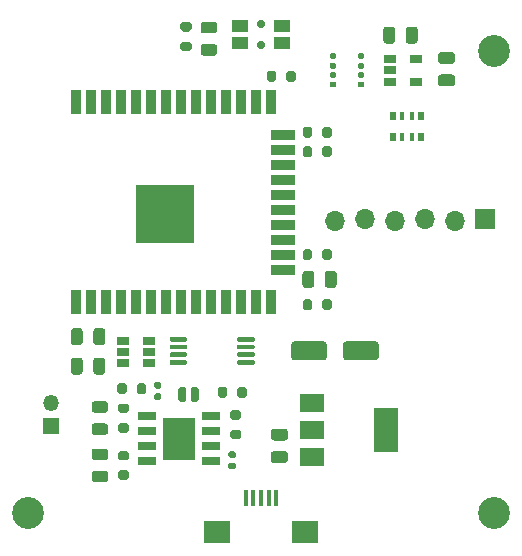
<source format=gbr>
%TF.GenerationSoftware,KiCad,Pcbnew,(5.1.10-1-10_14)*%
%TF.CreationDate,2021-06-21T19:24:18+01:00*%
%TF.ProjectId,IAQ_Project,4941515f-5072-46f6-9a65-63742e6b6963,rev?*%
%TF.SameCoordinates,Original*%
%TF.FileFunction,Soldermask,Top*%
%TF.FilePolarity,Negative*%
%FSLAX46Y46*%
G04 Gerber Fmt 4.6, Leading zero omitted, Abs format (unit mm)*
G04 Created by KiCad (PCBNEW (5.1.10-1-10_14)) date 2021-06-21 19:24:18*
%MOMM*%
%LPD*%
G01*
G04 APERTURE LIST*
%ADD10C,2.700000*%
%ADD11R,5.000000X5.000000*%
%ADD12R,0.900000X2.000000*%
%ADD13R,2.000000X0.900000*%
%ADD14R,1.060000X0.650000*%
%ADD15R,2.000000X3.800000*%
%ADD16R,2.000000X1.500000*%
%ADD17R,2.300000X1.900000*%
%ADD18R,0.400000X1.400000*%
%ADD19R,1.400000X1.050000*%
%ADD20C,0.700000*%
%ADD21R,1.500000X0.650000*%
%ADD22R,2.700000X3.600000*%
%ADD23R,1.350000X1.350000*%
%ADD24O,1.350000X1.350000*%
%ADD25O,1.700000X1.700000*%
%ADD26R,1.700000X1.700000*%
%ADD27R,0.500000X0.800000*%
%ADD28R,0.400000X0.800000*%
G04 APERTURE END LIST*
D10*
%TO.C,REF\u002A\u002A*%
X86350000Y-78950000D03*
%TD*%
%TO.C,REF\u002A\u002A*%
X86350000Y-118050000D03*
%TD*%
%TO.C,REF\u002A\u002A*%
X46950000Y-118050000D03*
%TD*%
D11*
%TO.C,U3*%
X58500000Y-92700000D03*
D12*
X51000000Y-100200000D03*
X52270000Y-100200000D03*
X53540000Y-100200000D03*
X54810000Y-100200000D03*
X56080000Y-100200000D03*
X57350000Y-100200000D03*
X58620000Y-100200000D03*
X59890000Y-100200000D03*
X61160000Y-100200000D03*
X62430000Y-100200000D03*
X63700000Y-100200000D03*
X64970000Y-100200000D03*
X66240000Y-100200000D03*
X67510000Y-100200000D03*
D13*
X68510000Y-97415000D03*
X68510000Y-96145000D03*
X68510000Y-94875000D03*
X68510000Y-93605000D03*
X68510000Y-92335000D03*
X68510000Y-91065000D03*
X68510000Y-89795000D03*
X68510000Y-88525000D03*
X68510000Y-87255000D03*
X68510000Y-85985000D03*
D12*
X67510000Y-83200000D03*
X66240000Y-83200000D03*
X64970000Y-83200000D03*
X63700000Y-83200000D03*
X62430000Y-83200000D03*
X61160000Y-83200000D03*
X59890000Y-83200000D03*
X58620000Y-83200000D03*
X57350000Y-83200000D03*
X56080000Y-83200000D03*
X54810000Y-83200000D03*
X53540000Y-83200000D03*
X52270000Y-83200000D03*
X51000000Y-83200000D03*
%TD*%
%TO.C,U1*%
G36*
G01*
X72875000Y-82000000D02*
X72600000Y-82000000D01*
G75*
G02*
X72475000Y-81875000I0J125000D01*
G01*
X72475000Y-81625000D01*
G75*
G02*
X72600000Y-81500000I125000J0D01*
G01*
X72875000Y-81500000D01*
G75*
G02*
X73000000Y-81625000I0J-125000D01*
G01*
X73000000Y-81875000D01*
G75*
G02*
X72875000Y-82000000I-125000J0D01*
G01*
G37*
G36*
G01*
X72875000Y-81200000D02*
X72600000Y-81200000D01*
G75*
G02*
X72475000Y-81075000I0J125000D01*
G01*
X72475000Y-80825000D01*
G75*
G02*
X72600000Y-80700000I125000J0D01*
G01*
X72875000Y-80700000D01*
G75*
G02*
X73000000Y-80825000I0J-125000D01*
G01*
X73000000Y-81075000D01*
G75*
G02*
X72875000Y-81200000I-125000J0D01*
G01*
G37*
G36*
G01*
X72875000Y-80400000D02*
X72600000Y-80400000D01*
G75*
G02*
X72475000Y-80275000I0J125000D01*
G01*
X72475000Y-80025000D01*
G75*
G02*
X72600000Y-79900000I125000J0D01*
G01*
X72875000Y-79900000D01*
G75*
G02*
X73000000Y-80025000I0J-125000D01*
G01*
X73000000Y-80275000D01*
G75*
G02*
X72875000Y-80400000I-125000J0D01*
G01*
G37*
G36*
G01*
X72875000Y-79600000D02*
X72600000Y-79600000D01*
G75*
G02*
X72475000Y-79475000I0J125000D01*
G01*
X72475000Y-79225000D01*
G75*
G02*
X72600000Y-79100000I125000J0D01*
G01*
X72875000Y-79100000D01*
G75*
G02*
X73000000Y-79225000I0J-125000D01*
G01*
X73000000Y-79475000D01*
G75*
G02*
X72875000Y-79600000I-125000J0D01*
G01*
G37*
G36*
G01*
X75250000Y-79600000D02*
X74975000Y-79600000D01*
G75*
G02*
X74850000Y-79475000I0J125000D01*
G01*
X74850000Y-79225000D01*
G75*
G02*
X74975000Y-79100000I125000J0D01*
G01*
X75250000Y-79100000D01*
G75*
G02*
X75375000Y-79225000I0J-125000D01*
G01*
X75375000Y-79475000D01*
G75*
G02*
X75250000Y-79600000I-125000J0D01*
G01*
G37*
G36*
G01*
X75250000Y-80400000D02*
X74975000Y-80400000D01*
G75*
G02*
X74850000Y-80275000I0J125000D01*
G01*
X74850000Y-80025000D01*
G75*
G02*
X74975000Y-79900000I125000J0D01*
G01*
X75250000Y-79900000D01*
G75*
G02*
X75375000Y-80025000I0J-125000D01*
G01*
X75375000Y-80275000D01*
G75*
G02*
X75250000Y-80400000I-125000J0D01*
G01*
G37*
G36*
G01*
X75250000Y-81200000D02*
X74975000Y-81200000D01*
G75*
G02*
X74850000Y-81075000I0J125000D01*
G01*
X74850000Y-80825000D01*
G75*
G02*
X74975000Y-80700000I125000J0D01*
G01*
X75250000Y-80700000D01*
G75*
G02*
X75375000Y-80825000I0J-125000D01*
G01*
X75375000Y-81075000D01*
G75*
G02*
X75250000Y-81200000I-125000J0D01*
G01*
G37*
G36*
G01*
X75250000Y-82000000D02*
X74975000Y-82000000D01*
G75*
G02*
X74850000Y-81875000I0J125000D01*
G01*
X74850000Y-81625000D01*
G75*
G02*
X74975000Y-81500000I125000J0D01*
G01*
X75250000Y-81500000D01*
G75*
G02*
X75375000Y-81625000I0J-125000D01*
G01*
X75375000Y-81875000D01*
G75*
G02*
X75250000Y-82000000I-125000J0D01*
G01*
G37*
%TD*%
D14*
%TO.C,U2*%
X77550000Y-79600000D03*
X77550000Y-80550000D03*
X77550000Y-81500000D03*
X79750000Y-81500000D03*
X79750000Y-79600000D03*
%TD*%
D15*
%TO.C,U4*%
X77250000Y-111000000D03*
D16*
X70950000Y-111000000D03*
X70950000Y-113300000D03*
X70950000Y-108700000D03*
%TD*%
%TO.C,C3*%
G36*
G01*
X76600000Y-103750000D02*
X76600000Y-104850000D01*
G75*
G02*
X76350000Y-105100000I-250000J0D01*
G01*
X73850000Y-105100000D01*
G75*
G02*
X73600000Y-104850000I0J250000D01*
G01*
X73600000Y-103750000D01*
G75*
G02*
X73850000Y-103500000I250000J0D01*
G01*
X76350000Y-103500000D01*
G75*
G02*
X76600000Y-103750000I0J-250000D01*
G01*
G37*
G36*
G01*
X72200000Y-103750000D02*
X72200000Y-104850000D01*
G75*
G02*
X71950000Y-105100000I-250000J0D01*
G01*
X69450000Y-105100000D01*
G75*
G02*
X69200000Y-104850000I0J250000D01*
G01*
X69200000Y-103750000D01*
G75*
G02*
X69450000Y-103500000I250000J0D01*
G01*
X71950000Y-103500000D01*
G75*
G02*
X72200000Y-103750000I0J-250000D01*
G01*
G37*
%TD*%
%TO.C,C1*%
G36*
G01*
X78900000Y-78050000D02*
X78900000Y-77100000D01*
G75*
G02*
X79150000Y-76850000I250000J0D01*
G01*
X79650000Y-76850000D01*
G75*
G02*
X79900000Y-77100000I0J-250000D01*
G01*
X79900000Y-78050000D01*
G75*
G02*
X79650000Y-78300000I-250000J0D01*
G01*
X79150000Y-78300000D01*
G75*
G02*
X78900000Y-78050000I0J250000D01*
G01*
G37*
G36*
G01*
X77000000Y-78050000D02*
X77000000Y-77100000D01*
G75*
G02*
X77250000Y-76850000I250000J0D01*
G01*
X77750000Y-76850000D01*
G75*
G02*
X78000000Y-77100000I0J-250000D01*
G01*
X78000000Y-78050000D01*
G75*
G02*
X77750000Y-78300000I-250000J0D01*
G01*
X77250000Y-78300000D01*
G75*
G02*
X77000000Y-78050000I0J250000D01*
G01*
G37*
%TD*%
%TO.C,C2*%
G36*
G01*
X81875000Y-79000000D02*
X82825000Y-79000000D01*
G75*
G02*
X83075000Y-79250000I0J-250000D01*
G01*
X83075000Y-79750000D01*
G75*
G02*
X82825000Y-80000000I-250000J0D01*
G01*
X81875000Y-80000000D01*
G75*
G02*
X81625000Y-79750000I0J250000D01*
G01*
X81625000Y-79250000D01*
G75*
G02*
X81875000Y-79000000I250000J0D01*
G01*
G37*
G36*
G01*
X81875000Y-80900000D02*
X82825000Y-80900000D01*
G75*
G02*
X83075000Y-81150000I0J-250000D01*
G01*
X83075000Y-81650000D01*
G75*
G02*
X82825000Y-81900000I-250000J0D01*
G01*
X81875000Y-81900000D01*
G75*
G02*
X81625000Y-81650000I0J250000D01*
G01*
X81625000Y-81150000D01*
G75*
G02*
X81875000Y-80900000I250000J0D01*
G01*
G37*
%TD*%
%TO.C,C4*%
G36*
G01*
X68675000Y-113800000D02*
X67725000Y-113800000D01*
G75*
G02*
X67475000Y-113550000I0J250000D01*
G01*
X67475000Y-113050000D01*
G75*
G02*
X67725000Y-112800000I250000J0D01*
G01*
X68675000Y-112800000D01*
G75*
G02*
X68925000Y-113050000I0J-250000D01*
G01*
X68925000Y-113550000D01*
G75*
G02*
X68675000Y-113800000I-250000J0D01*
G01*
G37*
G36*
G01*
X68675000Y-111900000D02*
X67725000Y-111900000D01*
G75*
G02*
X67475000Y-111650000I0J250000D01*
G01*
X67475000Y-111150000D01*
G75*
G02*
X67725000Y-110900000I250000J0D01*
G01*
X68675000Y-110900000D01*
G75*
G02*
X68925000Y-111150000I0J-250000D01*
G01*
X68925000Y-111650000D01*
G75*
G02*
X68675000Y-111900000I-250000J0D01*
G01*
G37*
%TD*%
%TO.C,C5*%
G36*
G01*
X73050000Y-97775000D02*
X73050000Y-98725000D01*
G75*
G02*
X72800000Y-98975000I-250000J0D01*
G01*
X72300000Y-98975000D01*
G75*
G02*
X72050000Y-98725000I0J250000D01*
G01*
X72050000Y-97775000D01*
G75*
G02*
X72300000Y-97525000I250000J0D01*
G01*
X72800000Y-97525000D01*
G75*
G02*
X73050000Y-97775000I0J-250000D01*
G01*
G37*
G36*
G01*
X71150000Y-97775000D02*
X71150000Y-98725000D01*
G75*
G02*
X70900000Y-98975000I-250000J0D01*
G01*
X70400000Y-98975000D01*
G75*
G02*
X70150000Y-98725000I0J250000D01*
G01*
X70150000Y-97775000D01*
G75*
G02*
X70400000Y-97525000I250000J0D01*
G01*
X70900000Y-97525000D01*
G75*
G02*
X71150000Y-97775000I0J-250000D01*
G01*
G37*
%TD*%
%TO.C,C6*%
G36*
G01*
X52450000Y-106075000D02*
X52450000Y-105125000D01*
G75*
G02*
X52700000Y-104875000I250000J0D01*
G01*
X53200000Y-104875000D01*
G75*
G02*
X53450000Y-105125000I0J-250000D01*
G01*
X53450000Y-106075000D01*
G75*
G02*
X53200000Y-106325000I-250000J0D01*
G01*
X52700000Y-106325000D01*
G75*
G02*
X52450000Y-106075000I0J250000D01*
G01*
G37*
G36*
G01*
X50550000Y-106075000D02*
X50550000Y-105125000D01*
G75*
G02*
X50800000Y-104875000I250000J0D01*
G01*
X51300000Y-104875000D01*
G75*
G02*
X51550000Y-105125000I0J-250000D01*
G01*
X51550000Y-106075000D01*
G75*
G02*
X51300000Y-106325000I-250000J0D01*
G01*
X50800000Y-106325000D01*
G75*
G02*
X50550000Y-106075000I0J250000D01*
G01*
G37*
%TD*%
%TO.C,C7*%
G36*
G01*
X53450000Y-102625000D02*
X53450000Y-103575000D01*
G75*
G02*
X53200000Y-103825000I-250000J0D01*
G01*
X52700000Y-103825000D01*
G75*
G02*
X52450000Y-103575000I0J250000D01*
G01*
X52450000Y-102625000D01*
G75*
G02*
X52700000Y-102375000I250000J0D01*
G01*
X53200000Y-102375000D01*
G75*
G02*
X53450000Y-102625000I0J-250000D01*
G01*
G37*
G36*
G01*
X51550000Y-102625000D02*
X51550000Y-103575000D01*
G75*
G02*
X51300000Y-103825000I-250000J0D01*
G01*
X50800000Y-103825000D01*
G75*
G02*
X50550000Y-103575000I0J250000D01*
G01*
X50550000Y-102625000D01*
G75*
G02*
X50800000Y-102375000I250000J0D01*
G01*
X51300000Y-102375000D01*
G75*
G02*
X51550000Y-102625000I0J-250000D01*
G01*
G37*
%TD*%
%TO.C,C8*%
G36*
G01*
X64370000Y-114330000D02*
X64030000Y-114330000D01*
G75*
G02*
X63890000Y-114190000I0J140000D01*
G01*
X63890000Y-113910000D01*
G75*
G02*
X64030000Y-113770000I140000J0D01*
G01*
X64370000Y-113770000D01*
G75*
G02*
X64510000Y-113910000I0J-140000D01*
G01*
X64510000Y-114190000D01*
G75*
G02*
X64370000Y-114330000I-140000J0D01*
G01*
G37*
G36*
G01*
X64370000Y-113370000D02*
X64030000Y-113370000D01*
G75*
G02*
X63890000Y-113230000I0J140000D01*
G01*
X63890000Y-112950000D01*
G75*
G02*
X64030000Y-112810000I140000J0D01*
G01*
X64370000Y-112810000D01*
G75*
G02*
X64510000Y-112950000I0J-140000D01*
G01*
X64510000Y-113230000D01*
G75*
G02*
X64370000Y-113370000I-140000J0D01*
G01*
G37*
%TD*%
%TO.C,C9*%
G36*
G01*
X57730000Y-107900000D02*
X58070000Y-107900000D01*
G75*
G02*
X58210000Y-108040000I0J-140000D01*
G01*
X58210000Y-108320000D01*
G75*
G02*
X58070000Y-108460000I-140000J0D01*
G01*
X57730000Y-108460000D01*
G75*
G02*
X57590000Y-108320000I0J140000D01*
G01*
X57590000Y-108040000D01*
G75*
G02*
X57730000Y-107900000I140000J0D01*
G01*
G37*
G36*
G01*
X57730000Y-106940000D02*
X58070000Y-106940000D01*
G75*
G02*
X58210000Y-107080000I0J-140000D01*
G01*
X58210000Y-107360000D01*
G75*
G02*
X58070000Y-107500000I-140000J0D01*
G01*
X57730000Y-107500000D01*
G75*
G02*
X57590000Y-107360000I0J140000D01*
G01*
X57590000Y-107080000D01*
G75*
G02*
X57730000Y-106940000I140000J0D01*
G01*
G37*
%TD*%
%TO.C,C10*%
G36*
G01*
X59630000Y-108475000D02*
X59630000Y-107525000D01*
G75*
G02*
X59795000Y-107360000I165000J0D01*
G01*
X60125000Y-107360000D01*
G75*
G02*
X60290000Y-107525000I0J-165000D01*
G01*
X60290000Y-108475000D01*
G75*
G02*
X60125000Y-108640000I-165000J0D01*
G01*
X59795000Y-108640000D01*
G75*
G02*
X59630000Y-108475000I0J165000D01*
G01*
G37*
G36*
G01*
X60710000Y-108475000D02*
X60710000Y-107525000D01*
G75*
G02*
X60875000Y-107360000I165000J0D01*
G01*
X61205000Y-107360000D01*
G75*
G02*
X61370000Y-107525000I0J-165000D01*
G01*
X61370000Y-108475000D01*
G75*
G02*
X61205000Y-108640000I-165000J0D01*
G01*
X60875000Y-108640000D01*
G75*
G02*
X60710000Y-108475000I0J165000D01*
G01*
G37*
%TD*%
%TO.C,D1*%
G36*
G01*
X53456250Y-115425000D02*
X52543750Y-115425000D01*
G75*
G02*
X52300000Y-115181250I0J243750D01*
G01*
X52300000Y-114693750D01*
G75*
G02*
X52543750Y-114450000I243750J0D01*
G01*
X53456250Y-114450000D01*
G75*
G02*
X53700000Y-114693750I0J-243750D01*
G01*
X53700000Y-115181250D01*
G75*
G02*
X53456250Y-115425000I-243750J0D01*
G01*
G37*
G36*
G01*
X53456250Y-113550000D02*
X52543750Y-113550000D01*
G75*
G02*
X52300000Y-113306250I0J243750D01*
G01*
X52300000Y-112818750D01*
G75*
G02*
X52543750Y-112575000I243750J0D01*
G01*
X53456250Y-112575000D01*
G75*
G02*
X53700000Y-112818750I0J-243750D01*
G01*
X53700000Y-113306250D01*
G75*
G02*
X53456250Y-113550000I-243750J0D01*
G01*
G37*
%TD*%
%TO.C,D2*%
G36*
G01*
X52543750Y-110450000D02*
X53456250Y-110450000D01*
G75*
G02*
X53700000Y-110693750I0J-243750D01*
G01*
X53700000Y-111181250D01*
G75*
G02*
X53456250Y-111425000I-243750J0D01*
G01*
X52543750Y-111425000D01*
G75*
G02*
X52300000Y-111181250I0J243750D01*
G01*
X52300000Y-110693750D01*
G75*
G02*
X52543750Y-110450000I243750J0D01*
G01*
G37*
G36*
G01*
X52543750Y-108575000D02*
X53456250Y-108575000D01*
G75*
G02*
X53700000Y-108818750I0J-243750D01*
G01*
X53700000Y-109306250D01*
G75*
G02*
X53456250Y-109550000I-243750J0D01*
G01*
X52543750Y-109550000D01*
G75*
G02*
X52300000Y-109306250I0J243750D01*
G01*
X52300000Y-108818750D01*
G75*
G02*
X52543750Y-108575000I243750J0D01*
G01*
G37*
%TD*%
%TO.C,D3*%
G36*
G01*
X61773750Y-76455000D02*
X62686250Y-76455000D01*
G75*
G02*
X62930000Y-76698750I0J-243750D01*
G01*
X62930000Y-77186250D01*
G75*
G02*
X62686250Y-77430000I-243750J0D01*
G01*
X61773750Y-77430000D01*
G75*
G02*
X61530000Y-77186250I0J243750D01*
G01*
X61530000Y-76698750D01*
G75*
G02*
X61773750Y-76455000I243750J0D01*
G01*
G37*
G36*
G01*
X61773750Y-78330000D02*
X62686250Y-78330000D01*
G75*
G02*
X62930000Y-78573750I0J-243750D01*
G01*
X62930000Y-79061250D01*
G75*
G02*
X62686250Y-79305000I-243750J0D01*
G01*
X61773750Y-79305000D01*
G75*
G02*
X61530000Y-79061250I0J243750D01*
G01*
X61530000Y-78573750D01*
G75*
G02*
X61773750Y-78330000I243750J0D01*
G01*
G37*
%TD*%
D17*
%TO.C,J2*%
X70400000Y-119600000D03*
D18*
X67950000Y-116750000D03*
D17*
X62900000Y-119600000D03*
D18*
X65350000Y-116750000D03*
X66000000Y-116750000D03*
X66650000Y-116750000D03*
X67300000Y-116750000D03*
%TD*%
%TO.C,R1*%
G36*
G01*
X55275000Y-115225000D02*
X54725000Y-115225000D01*
G75*
G02*
X54525000Y-115025000I0J200000D01*
G01*
X54525000Y-114625000D01*
G75*
G02*
X54725000Y-114425000I200000J0D01*
G01*
X55275000Y-114425000D01*
G75*
G02*
X55475000Y-114625000I0J-200000D01*
G01*
X55475000Y-115025000D01*
G75*
G02*
X55275000Y-115225000I-200000J0D01*
G01*
G37*
G36*
G01*
X55275000Y-113575000D02*
X54725000Y-113575000D01*
G75*
G02*
X54525000Y-113375000I0J200000D01*
G01*
X54525000Y-112975000D01*
G75*
G02*
X54725000Y-112775000I200000J0D01*
G01*
X55275000Y-112775000D01*
G75*
G02*
X55475000Y-112975000I0J-200000D01*
G01*
X55475000Y-113375000D01*
G75*
G02*
X55275000Y-113575000I-200000J0D01*
G01*
G37*
%TD*%
%TO.C,R2*%
G36*
G01*
X62975000Y-108075000D02*
X62975000Y-107525000D01*
G75*
G02*
X63175000Y-107325000I200000J0D01*
G01*
X63575000Y-107325000D01*
G75*
G02*
X63775000Y-107525000I0J-200000D01*
G01*
X63775000Y-108075000D01*
G75*
G02*
X63575000Y-108275000I-200000J0D01*
G01*
X63175000Y-108275000D01*
G75*
G02*
X62975000Y-108075000I0J200000D01*
G01*
G37*
G36*
G01*
X64625000Y-108075000D02*
X64625000Y-107525000D01*
G75*
G02*
X64825000Y-107325000I200000J0D01*
G01*
X65225000Y-107325000D01*
G75*
G02*
X65425000Y-107525000I0J-200000D01*
G01*
X65425000Y-108075000D01*
G75*
G02*
X65225000Y-108275000I-200000J0D01*
G01*
X64825000Y-108275000D01*
G75*
G02*
X64625000Y-108075000I0J200000D01*
G01*
G37*
%TD*%
%TO.C,R3*%
G36*
G01*
X54725000Y-110425000D02*
X55275000Y-110425000D01*
G75*
G02*
X55475000Y-110625000I0J-200000D01*
G01*
X55475000Y-111025000D01*
G75*
G02*
X55275000Y-111225000I-200000J0D01*
G01*
X54725000Y-111225000D01*
G75*
G02*
X54525000Y-111025000I0J200000D01*
G01*
X54525000Y-110625000D01*
G75*
G02*
X54725000Y-110425000I200000J0D01*
G01*
G37*
G36*
G01*
X54725000Y-108775000D02*
X55275000Y-108775000D01*
G75*
G02*
X55475000Y-108975000I0J-200000D01*
G01*
X55475000Y-109375000D01*
G75*
G02*
X55275000Y-109575000I-200000J0D01*
G01*
X54725000Y-109575000D01*
G75*
G02*
X54525000Y-109375000I0J200000D01*
G01*
X54525000Y-108975000D01*
G75*
G02*
X54725000Y-108775000I200000J0D01*
G01*
G37*
%TD*%
%TO.C,R4*%
G36*
G01*
X64225000Y-109325000D02*
X64775000Y-109325000D01*
G75*
G02*
X64975000Y-109525000I0J-200000D01*
G01*
X64975000Y-109925000D01*
G75*
G02*
X64775000Y-110125000I-200000J0D01*
G01*
X64225000Y-110125000D01*
G75*
G02*
X64025000Y-109925000I0J200000D01*
G01*
X64025000Y-109525000D01*
G75*
G02*
X64225000Y-109325000I200000J0D01*
G01*
G37*
G36*
G01*
X64225000Y-110975000D02*
X64775000Y-110975000D01*
G75*
G02*
X64975000Y-111175000I0J-200000D01*
G01*
X64975000Y-111575000D01*
G75*
G02*
X64775000Y-111775000I-200000J0D01*
G01*
X64225000Y-111775000D01*
G75*
G02*
X64025000Y-111575000I0J200000D01*
G01*
X64025000Y-111175000D01*
G75*
G02*
X64225000Y-110975000I200000J0D01*
G01*
G37*
%TD*%
%TO.C,R5*%
G36*
G01*
X71825000Y-100675000D02*
X71825000Y-100125000D01*
G75*
G02*
X72025000Y-99925000I200000J0D01*
G01*
X72425000Y-99925000D01*
G75*
G02*
X72625000Y-100125000I0J-200000D01*
G01*
X72625000Y-100675000D01*
G75*
G02*
X72425000Y-100875000I-200000J0D01*
G01*
X72025000Y-100875000D01*
G75*
G02*
X71825000Y-100675000I0J200000D01*
G01*
G37*
G36*
G01*
X70175000Y-100675000D02*
X70175000Y-100125000D01*
G75*
G02*
X70375000Y-99925000I200000J0D01*
G01*
X70775000Y-99925000D01*
G75*
G02*
X70975000Y-100125000I0J-200000D01*
G01*
X70975000Y-100675000D01*
G75*
G02*
X70775000Y-100875000I-200000J0D01*
G01*
X70375000Y-100875000D01*
G75*
G02*
X70175000Y-100675000I0J200000D01*
G01*
G37*
%TD*%
%TO.C,R6*%
G36*
G01*
X67125000Y-81325000D02*
X67125000Y-80775000D01*
G75*
G02*
X67325000Y-80575000I200000J0D01*
G01*
X67725000Y-80575000D01*
G75*
G02*
X67925000Y-80775000I0J-200000D01*
G01*
X67925000Y-81325000D01*
G75*
G02*
X67725000Y-81525000I-200000J0D01*
G01*
X67325000Y-81525000D01*
G75*
G02*
X67125000Y-81325000I0J200000D01*
G01*
G37*
G36*
G01*
X68775000Y-81325000D02*
X68775000Y-80775000D01*
G75*
G02*
X68975000Y-80575000I200000J0D01*
G01*
X69375000Y-80575000D01*
G75*
G02*
X69575000Y-80775000I0J-200000D01*
G01*
X69575000Y-81325000D01*
G75*
G02*
X69375000Y-81525000I-200000J0D01*
G01*
X68975000Y-81525000D01*
G75*
G02*
X68775000Y-81325000I0J200000D01*
G01*
G37*
%TD*%
%TO.C,R7*%
G36*
G01*
X70175000Y-87725000D02*
X70175000Y-87175000D01*
G75*
G02*
X70375000Y-86975000I200000J0D01*
G01*
X70775000Y-86975000D01*
G75*
G02*
X70975000Y-87175000I0J-200000D01*
G01*
X70975000Y-87725000D01*
G75*
G02*
X70775000Y-87925000I-200000J0D01*
G01*
X70375000Y-87925000D01*
G75*
G02*
X70175000Y-87725000I0J200000D01*
G01*
G37*
G36*
G01*
X71825000Y-87725000D02*
X71825000Y-87175000D01*
G75*
G02*
X72025000Y-86975000I200000J0D01*
G01*
X72425000Y-86975000D01*
G75*
G02*
X72625000Y-87175000I0J-200000D01*
G01*
X72625000Y-87725000D01*
G75*
G02*
X72425000Y-87925000I-200000J0D01*
G01*
X72025000Y-87925000D01*
G75*
G02*
X71825000Y-87725000I0J200000D01*
G01*
G37*
%TD*%
%TO.C,R8*%
G36*
G01*
X71825000Y-86075000D02*
X71825000Y-85525000D01*
G75*
G02*
X72025000Y-85325000I200000J0D01*
G01*
X72425000Y-85325000D01*
G75*
G02*
X72625000Y-85525000I0J-200000D01*
G01*
X72625000Y-86075000D01*
G75*
G02*
X72425000Y-86275000I-200000J0D01*
G01*
X72025000Y-86275000D01*
G75*
G02*
X71825000Y-86075000I0J200000D01*
G01*
G37*
G36*
G01*
X70175000Y-86075000D02*
X70175000Y-85525000D01*
G75*
G02*
X70375000Y-85325000I200000J0D01*
G01*
X70775000Y-85325000D01*
G75*
G02*
X70975000Y-85525000I0J-200000D01*
G01*
X70975000Y-86075000D01*
G75*
G02*
X70775000Y-86275000I-200000J0D01*
G01*
X70375000Y-86275000D01*
G75*
G02*
X70175000Y-86075000I0J200000D01*
G01*
G37*
%TD*%
%TO.C,R9*%
G36*
G01*
X56125000Y-107775000D02*
X56125000Y-107225000D01*
G75*
G02*
X56325000Y-107025000I200000J0D01*
G01*
X56725000Y-107025000D01*
G75*
G02*
X56925000Y-107225000I0J-200000D01*
G01*
X56925000Y-107775000D01*
G75*
G02*
X56725000Y-107975000I-200000J0D01*
G01*
X56325000Y-107975000D01*
G75*
G02*
X56125000Y-107775000I0J200000D01*
G01*
G37*
G36*
G01*
X54475000Y-107775000D02*
X54475000Y-107225000D01*
G75*
G02*
X54675000Y-107025000I200000J0D01*
G01*
X55075000Y-107025000D01*
G75*
G02*
X55275000Y-107225000I0J-200000D01*
G01*
X55275000Y-107775000D01*
G75*
G02*
X55075000Y-107975000I-200000J0D01*
G01*
X54675000Y-107975000D01*
G75*
G02*
X54475000Y-107775000I0J200000D01*
G01*
G37*
%TD*%
%TO.C,R10*%
G36*
G01*
X60575000Y-77275000D02*
X60025000Y-77275000D01*
G75*
G02*
X59825000Y-77075000I0J200000D01*
G01*
X59825000Y-76675000D01*
G75*
G02*
X60025000Y-76475000I200000J0D01*
G01*
X60575000Y-76475000D01*
G75*
G02*
X60775000Y-76675000I0J-200000D01*
G01*
X60775000Y-77075000D01*
G75*
G02*
X60575000Y-77275000I-200000J0D01*
G01*
G37*
G36*
G01*
X60575000Y-78925000D02*
X60025000Y-78925000D01*
G75*
G02*
X59825000Y-78725000I0J200000D01*
G01*
X59825000Y-78325000D01*
G75*
G02*
X60025000Y-78125000I200000J0D01*
G01*
X60575000Y-78125000D01*
G75*
G02*
X60775000Y-78325000I0J-200000D01*
G01*
X60775000Y-78725000D01*
G75*
G02*
X60575000Y-78925000I-200000J0D01*
G01*
G37*
%TD*%
%TO.C,R11*%
G36*
G01*
X70175000Y-96425000D02*
X70175000Y-95875000D01*
G75*
G02*
X70375000Y-95675000I200000J0D01*
G01*
X70775000Y-95675000D01*
G75*
G02*
X70975000Y-95875000I0J-200000D01*
G01*
X70975000Y-96425000D01*
G75*
G02*
X70775000Y-96625000I-200000J0D01*
G01*
X70375000Y-96625000D01*
G75*
G02*
X70175000Y-96425000I0J200000D01*
G01*
G37*
G36*
G01*
X71825000Y-96425000D02*
X71825000Y-95875000D01*
G75*
G02*
X72025000Y-95675000I200000J0D01*
G01*
X72425000Y-95675000D01*
G75*
G02*
X72625000Y-95875000I0J-200000D01*
G01*
X72625000Y-96425000D01*
G75*
G02*
X72425000Y-96625000I-200000J0D01*
G01*
X72025000Y-96625000D01*
G75*
G02*
X71825000Y-96425000I0J200000D01*
G01*
G37*
%TD*%
D19*
%TO.C,SW1*%
X64850000Y-78220000D03*
X68450000Y-78220000D03*
X64850000Y-76780000D03*
X68450000Y-76780000D03*
D20*
X66650000Y-78400000D03*
X66650000Y-76600000D03*
%TD*%
D14*
%TO.C,U5*%
X57140000Y-105350000D03*
X57140000Y-104400000D03*
X57140000Y-103450000D03*
X54940000Y-103450000D03*
X54940000Y-105350000D03*
X54940000Y-104400000D03*
%TD*%
D21*
%TO.C,U6*%
X62390000Y-113665000D03*
X62390000Y-112395000D03*
X62390000Y-111125000D03*
X62390000Y-109855000D03*
X56990000Y-109855000D03*
X56990000Y-111125000D03*
X56990000Y-112395000D03*
X56990000Y-113665000D03*
D22*
X59690000Y-111760000D03*
%TD*%
%TO.C,U7*%
G36*
G01*
X58900000Y-103425000D02*
X58900000Y-103225000D01*
G75*
G02*
X59000000Y-103125000I100000J0D01*
G01*
X60275000Y-103125000D01*
G75*
G02*
X60375000Y-103225000I0J-100000D01*
G01*
X60375000Y-103425000D01*
G75*
G02*
X60275000Y-103525000I-100000J0D01*
G01*
X59000000Y-103525000D01*
G75*
G02*
X58900000Y-103425000I0J100000D01*
G01*
G37*
G36*
G01*
X58900000Y-104075000D02*
X58900000Y-103875000D01*
G75*
G02*
X59000000Y-103775000I100000J0D01*
G01*
X60275000Y-103775000D01*
G75*
G02*
X60375000Y-103875000I0J-100000D01*
G01*
X60375000Y-104075000D01*
G75*
G02*
X60275000Y-104175000I-100000J0D01*
G01*
X59000000Y-104175000D01*
G75*
G02*
X58900000Y-104075000I0J100000D01*
G01*
G37*
G36*
G01*
X58900000Y-104725000D02*
X58900000Y-104525000D01*
G75*
G02*
X59000000Y-104425000I100000J0D01*
G01*
X60275000Y-104425000D01*
G75*
G02*
X60375000Y-104525000I0J-100000D01*
G01*
X60375000Y-104725000D01*
G75*
G02*
X60275000Y-104825000I-100000J0D01*
G01*
X59000000Y-104825000D01*
G75*
G02*
X58900000Y-104725000I0J100000D01*
G01*
G37*
G36*
G01*
X58900000Y-105375000D02*
X58900000Y-105175000D01*
G75*
G02*
X59000000Y-105075000I100000J0D01*
G01*
X60275000Y-105075000D01*
G75*
G02*
X60375000Y-105175000I0J-100000D01*
G01*
X60375000Y-105375000D01*
G75*
G02*
X60275000Y-105475000I-100000J0D01*
G01*
X59000000Y-105475000D01*
G75*
G02*
X58900000Y-105375000I0J100000D01*
G01*
G37*
G36*
G01*
X64625000Y-105375000D02*
X64625000Y-105175000D01*
G75*
G02*
X64725000Y-105075000I100000J0D01*
G01*
X66000000Y-105075000D01*
G75*
G02*
X66100000Y-105175000I0J-100000D01*
G01*
X66100000Y-105375000D01*
G75*
G02*
X66000000Y-105475000I-100000J0D01*
G01*
X64725000Y-105475000D01*
G75*
G02*
X64625000Y-105375000I0J100000D01*
G01*
G37*
G36*
G01*
X64625000Y-104725000D02*
X64625000Y-104525000D01*
G75*
G02*
X64725000Y-104425000I100000J0D01*
G01*
X66000000Y-104425000D01*
G75*
G02*
X66100000Y-104525000I0J-100000D01*
G01*
X66100000Y-104725000D01*
G75*
G02*
X66000000Y-104825000I-100000J0D01*
G01*
X64725000Y-104825000D01*
G75*
G02*
X64625000Y-104725000I0J100000D01*
G01*
G37*
G36*
G01*
X64625000Y-104075000D02*
X64625000Y-103875000D01*
G75*
G02*
X64725000Y-103775000I100000J0D01*
G01*
X66000000Y-103775000D01*
G75*
G02*
X66100000Y-103875000I0J-100000D01*
G01*
X66100000Y-104075000D01*
G75*
G02*
X66000000Y-104175000I-100000J0D01*
G01*
X64725000Y-104175000D01*
G75*
G02*
X64625000Y-104075000I0J100000D01*
G01*
G37*
G36*
G01*
X64625000Y-103425000D02*
X64625000Y-103225000D01*
G75*
G02*
X64725000Y-103125000I100000J0D01*
G01*
X66000000Y-103125000D01*
G75*
G02*
X66100000Y-103225000I0J-100000D01*
G01*
X66100000Y-103425000D01*
G75*
G02*
X66000000Y-103525000I-100000J0D01*
G01*
X64725000Y-103525000D01*
G75*
G02*
X64625000Y-103425000I0J100000D01*
G01*
G37*
%TD*%
D23*
%TO.C,J3*%
X48900000Y-110700000D03*
D24*
X48900000Y-108700000D03*
%TD*%
D25*
%TO.C,J1*%
X80525000Y-93100000D03*
X83065000Y-93300000D03*
X72905000Y-93300000D03*
X75445000Y-93100000D03*
X77985000Y-93300000D03*
D26*
X85605000Y-93100000D03*
%TD*%
D27*
%TO.C,RN1*%
X80225000Y-84400000D03*
D28*
X78625000Y-84400000D03*
X79425000Y-84400000D03*
D27*
X77825000Y-84400000D03*
D28*
X79425000Y-86200000D03*
D27*
X80225000Y-86200000D03*
D28*
X78625000Y-86200000D03*
D27*
X77825000Y-86200000D03*
%TD*%
M02*

</source>
